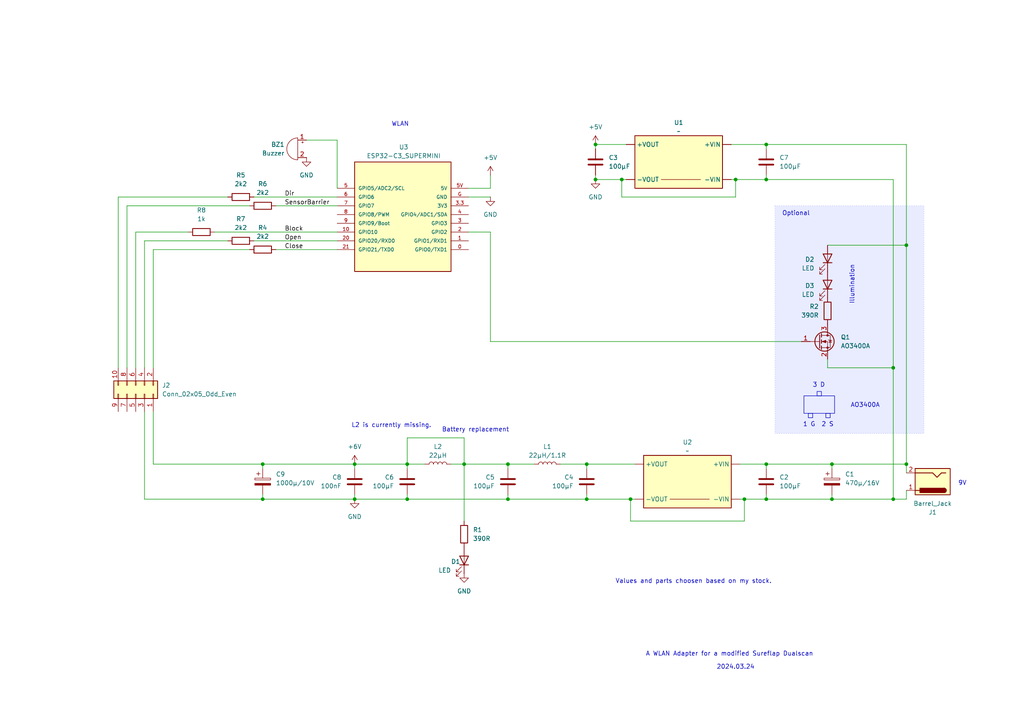
<source format=kicad_sch>
(kicad_sch (version 20231120) (generator "eeschema") (generator_version "8.0")
  (paper "A4")
  (lib_symbols
    (symbol "Connector:Barrel_Jack" (pin_names (offset 1.016))
      (property "Reference" "J" (at 0 5.334 0))
      (property "Value" "Barrel_Jack" (at 0 -5.08 0))
      (symbol "Barrel_Jack_0_1"
        (rectangle (start -5.08 3.81) (end 5.08 -3.81) (stroke (width 0.254)) (fill (type background)))
        (arc (start -3.302 3.175) (mid -3.9343 2.54) (end -3.302 1.905) (stroke (width 0.254)))
        (arc (start -3.302 3.175) (mid -3.9343 2.54) (end -3.302 1.905) (stroke (width 0.254)) (fill (type outline)))
        (polyline (pts (xy 5.08 2.54) (xy 3.81 2.54)) (stroke (width 0.254)))
        (polyline (pts (xy -3.81 -2.54) (xy -2.54 -2.54) (xy -1.27 -1.27) (xy 0 -2.54) (xy 2.54 -2.54) (xy 5.08 -2.54)) (stroke (width 0.254)))
        (rectangle (start 3.683 3.175) (end -3.302 1.905) (stroke (width 0.254)) (fill (type outline)))
      )
      (symbol "Barrel_Jack_1_1"
        (pin passive line (at 7.62 2.54 180) (length 2.54) (name "~") (number "1"))
        (pin passive line (at 7.62 -2.54 180) (length 2.54) (name "~") (number "2"))
      )
    )
    (symbol "Connector_Generic:Conn_02x05_Odd_Even" (pin_names (offset 1.016) hide)
      (property "Reference" "J" (at 1.27 7.62 0))
      (property "Value" "Conn_02x05_Odd_Even" (at 1.27 -7.62 0))
      (symbol "Conn_02x05_Odd_Even_1_1"
        (rectangle (start -1.27 -4.953) (end 0 -5.207) (stroke (width 0.1524)))
        (rectangle (start -1.27 -2.413) (end 0 -2.667) (stroke (width 0.1524)))
        (rectangle (start -1.27 0.127) (end 0 -0.127) (stroke (width 0.1524)))
        (rectangle (start -1.27 2.667) (end 0 2.413) (stroke (width 0.1524)))
        (rectangle (start -1.27 5.207) (end 0 4.953) (stroke (width 0.1524)))
        (rectangle (start -1.27 6.35) (end 3.81 -6.35) (stroke (width 0.254)) (fill (type background)))
        (rectangle (start 3.81 -4.953) (end 2.54 -5.207) (stroke (width 0.1524)))
        (rectangle (start 3.81 -2.413) (end 2.54 -2.667) (stroke (width 0.1524)))
        (rectangle (start 3.81 0.127) (end 2.54 -0.127) (stroke (width 0.1524)))
        (rectangle (start 3.81 2.667) (end 2.54 2.413) (stroke (width 0.1524)))
        (rectangle (start 3.81 5.207) (end 2.54 4.953) (stroke (width 0.1524)))
        (pin passive line (at -5.08 5.08 0) (length 3.81) (name "Pin_1") (number "1"))
        (pin passive line (at 7.62 -5.08 180) (length 3.81) (name "Pin_10") (number "10"))
        (pin passive line (at 7.62 5.08 180) (length 3.81) (name "Pin_2") (number "2"))
        (pin passive line (at -5.08 2.54 0) (length 3.81) (name "Pin_3") (number "3"))
        (pin passive line (at 7.62 2.54 180) (length 3.81) (name "Pin_4") (number "4"))
        (pin passive line (at -5.08 0 0) (length 3.81) (name "Pin_5") (number "5"))
        (pin passive line (at 7.62 0 180) (length 3.81) (name "Pin_6") (number "6"))
        (pin passive line (at -5.08 -2.54 0) (length 3.81) (name "Pin_7") (number "7"))
        (pin passive line (at 7.62 -2.54 180) (length 3.81) (name "Pin_8") (number "8"))
        (pin passive line (at -5.08 -5.08 0) (length 3.81) (name "Pin_9") (number "9"))
      )
    )
    (symbol "Device:Buzzer" (pin_names (offset 0.0254) hide)
      (property "Reference" "BZ" (at 3.81 1.27 0))
      (property "Value" "Buzzer" (at 3.81 -1.27 0))
      (symbol "Buzzer_0_1"
        (arc (start 0 -3.175) (mid 3.1612 0) (end 0 3.175))
        (polyline (pts (xy -1.651 1.905) (xy -1.143 1.905)))
        (polyline (pts (xy -1.397 2.159) (xy -1.397 1.651)))
        (polyline (pts (xy 0 3.175) (xy 0 -3.175)))
      )
      (symbol "Buzzer_1_1"
        (pin passive line (at -2.54 2.54 0) (length 2.54) (name "+") (number "1"))
        (pin passive line (at -2.54 -2.54 0) (length 2.54) (name "-") (number "2"))
      )
    )
    (symbol "Device:C" (pin_numbers hide) (pin_names (offset 0.254))
      (property "Reference" "C" (at 0.635 2.54 0))
      (property "Value" "C" (at 0.635 -2.54 0))
      (symbol "C_0_1"
        (polyline (pts (xy -2.032 -0.762) (xy 2.032 -0.762)) (stroke (width 0.508)))
        (polyline (pts (xy -2.032 0.762) (xy 2.032 0.762)) (stroke (width 0.508)))
      )
      (symbol "C_1_1"
        (pin passive line (at 0 3.81 270) (length 2.794) (name "~") (number "1"))
        (pin passive line (at 0 -3.81 90) (length 2.794) (name "~") (number "2"))
      )
    )
    (symbol "Device:C_Polarized" (pin_numbers hide) (pin_names (offset 0.254))
      (property "Reference" "C" (at 0.635 2.54 0))
      (property "Value" "C_Polarized" (at 0.635 -2.54 0))
      (symbol "C_Polarized_0_1"
        (rectangle (start -2.286 0.508) (end 2.286 1.016))
        (polyline (pts (xy -1.778 2.286) (xy -0.762 2.286)))
        (polyline (pts (xy -1.27 2.794) (xy -1.27 1.778)))
        (rectangle (start 2.286 -0.508) (end -2.286 -1.016) (fill (type outline)))
      )
      (symbol "C_Polarized_1_1"
        (pin passive line (at 0 3.81 270) (length 2.794) (name "~") (number "1"))
        (pin passive line (at 0 -3.81 90) (length 2.794) (name "~") (number "2"))
      )
    )
    (symbol "Device:L" (pin_numbers hide) (pin_names (offset 1.016) hide)
      (property "Reference" "L" (at -1.27 0 90))
      (property "Value" "L" (at 1.905 0 90))
      (symbol "L_0_1"
        (arc (start 0 -2.54) (mid 0.6323 -1.905) (end 0 -1.27))
        (arc (start 0 -1.27) (mid 0.6323 -0.635) (end 0 0))
        (arc (start 0 0) (mid 0.6323 0.635) (end 0 1.27))
        (arc (start 0 1.27) (mid 0.6323 1.905) (end 0 2.54))
      )
      (symbol "L_1_1"
        (pin passive line (at 0 3.81 270) (length 1.27) (name "1") (number "1"))
        (pin passive line (at 0 -3.81 90) (length 1.27) (name "2") (number "2"))
      )
    )
    (symbol "Device:LED" (pin_numbers hide) (pin_names (offset 1.016) hide)
      (property "Reference" "D" (at 0 2.54 0))
      (property "Value" "LED" (at 0 -2.54 0))
      (symbol "LED_0_1"
        (polyline (pts (xy -1.27 -1.27) (xy -1.27 1.27)) (stroke (width 0.254)))
        (polyline (pts (xy -1.27 0) (xy 1.27 0)))
        (polyline (pts (xy 1.27 -1.27) (xy 1.27 1.27) (xy -1.27 0) (xy 1.27 -1.27)) (stroke (width 0.254)))
        (polyline (pts (xy -3.048 -0.762) (xy -4.572 -2.286) (xy -3.81 -2.286) (xy -4.572 -2.286) (xy -4.572 -1.524)))
        (polyline (pts (xy -1.778 -0.762) (xy -3.302 -2.286) (xy -2.54 -2.286) (xy -3.302 -2.286) (xy -3.302 -1.524)))
      )
      (symbol "LED_1_1"
        (pin passive line (at -3.81 0 0) (length 2.54) (name "K") (number "1"))
        (pin passive line (at 3.81 0 180) (length 2.54) (name "A") (number "2"))
      )
    )
    (symbol "Device:R" (pin_numbers hide) (pin_names (offset 0))
      (property "Reference" "R" (at 2.032 0 90))
      (property "Value" "R" (at 0 0 90))
      (symbol "R_0_1"
        (rectangle (start -1.016 -2.54) (end 1.016 2.54) (stroke (width 0.254)))
      )
      (symbol "R_1_1"
        (pin passive line (at 0 3.81 270) (length 1.27) (name "~") (number "1"))
        (pin passive line (at 0 -3.81 90) (length 1.27) (name "~") (number "2"))
      )
    )
    (symbol "ESP32-C3_SUPERMINI:ESP32-C3_SUPERMINI" (pin_names (offset 1.016))
      (property "Reference" "U3" (at 1.016 18.288 0))
      (property "Value" "ESP32-C3_SUPERMINI" (at 1.016 15.748 0))
      (symbol "ESP32-C3_SUPERMINI_0_0"
        (rectangle (start -12.7 13.97) (end 15.24 -17.78) (stroke (width 0.254)) (fill (type background)))
        (pin bidirectional line (at 20.32 -6.35 180) (length 5.08) (name "GPIO10") (number "10"))
        (pin bidirectional line (at -17.78 -6.35 0) (length 5.08) (name "GPIO2") (number "2"))
        (pin bidirectional line (at -17.78 -3.81 0) (length 5.08) (name "GPIO3") (number "3"))
        (pin power_in line (at -17.78 1.27 0) (length 5.08) (name "3V3") (number "3.3"))
        (pin power_in line (at -17.78 6.35 0) (length 5.08) (name "5V") (number "5V"))
        (pin bidirectional line (at 20.32 3.81 180) (length 5.08) (name "GPIO6") (number "6"))
        (pin power_in line (at -17.78 3.81 0) (length 5.08) (name "GND") (number "G"))
      )
      (symbol "ESP32-C3_SUPERMINI_1_0"
        (pin bidirectional line (at -17.78 -11.43 0) (length 5.08) (name "GPIO0/TXD1") (number "0"))
        (pin bidirectional line (at -17.78 -8.89 0) (length 5.08) (name "GPIO1/RXD1") (number "1"))
        (pin bidirectional line (at 20.32 -8.89 180) (length 5.08) (name "GPIO20/RXD0") (number "20"))
        (pin bidirectional line (at 20.32 -11.43 180) (length 5.08) (name "GPIO21/TXD0") (number "21"))
        (pin bidirectional line (at -17.78 -1.27 0) (length 5.08) (name "GPIO4/ADC1/SDA") (number "4"))
        (pin bidirectional line (at 20.32 6.35 180) (length 5.08) (name "GPIO5/ADC2/SCL") (number "5"))
        (pin bidirectional line (at 20.32 1.27 180) (length 5.08) (name "GPIO7") (number "7"))
        (pin bidirectional line (at 20.32 -1.27 180) (length 5.08) (name "GPIO8/PWM") (number "8"))
        (pin bidirectional line (at 20.32 -3.81 180) (length 5.08) (name "GPIO9/Boot") (number "9"))
      )
    )
    (symbol "Transistor_FET:AO3400A" (pin_names hide)
      (property "Reference" "Q" (at 5.08 1.905 0))
      (property "Value" "AO3400A" (at 5.08 0 0))
      (symbol "AO3400A_0_1"
        (polyline (pts (xy 0.254 0) (xy -2.54 0)))
        (polyline (pts (xy 0.254 1.905) (xy 0.254 -1.905)) (stroke (width 0.254)))
        (polyline (pts (xy 0.762 -1.27) (xy 0.762 -2.286)) (stroke (width 0.254)))
        (polyline (pts (xy 0.762 0.508) (xy 0.762 -0.508)) (stroke (width 0.254)))
        (polyline (pts (xy 0.762 2.286) (xy 0.762 1.27)) (stroke (width 0.254)))
        (polyline (pts (xy 2.54 2.54) (xy 2.54 1.778)))
        (polyline (pts (xy 2.54 -2.54) (xy 2.54 0) (xy 0.762 0)))
        (polyline (pts (xy 0.762 -1.778) (xy 3.302 -1.778) (xy 3.302 1.778) (xy 0.762 1.778)))
        (polyline (pts (xy 1.016 0) (xy 2.032 0.381) (xy 2.032 -0.381) (xy 1.016 0)) (fill (type outline)))
        (polyline (pts (xy 2.794 0.508) (xy 2.921 0.381) (xy 3.683 0.381) (xy 3.81 0.254)))
        (polyline (pts (xy 3.302 0.381) (xy 2.921 -0.254) (xy 3.683 -0.254) (xy 3.302 0.381)))
        (circle (center 1.651 0) (radius 2.794) (stroke (width 0.254)))
        (circle (center 2.54 -1.778) (radius 0.254) (fill (type outline)))
        (circle (center 2.54 1.778) (radius 0.254) (fill (type outline)))
      )
      (symbol "AO3400A_1_1"
        (pin input line (at -5.08 0 0) (length 2.54) (name "G") (number "1"))
        (pin passive line (at 2.54 -5.08 90) (length 2.54) (name "S") (number "2"))
        (pin passive line (at 2.54 5.08 270) (length 2.54) (name "D") (number "3"))
      )
    )
    (symbol "dcdc:DCDC_5" (pin_numbers hide)
      (property "Reference" "U1" (at 0 11.43 0))
      (property "Value" "~" (at 0 8.89 0))
      (symbol "DCDC_5_0_1"
        (rectangle (start -12.7 7.62) (end 12.7 -7.62) (stroke (width 0.254)) (fill (type background)))
        (polyline (pts (xy -6.35 -5.08) (xy 5.08 -5.08)))
      )
      (symbol "DCDC_5_1_1"
        (pin power_in line (at -15.24 5.08 0) (length 2.54) (name "+VIN") (number "1"))
        (pin power_in line (at -15.24 -5.08 0) (length 2.54) (name "-VIN") (number "2"))
        (pin power_out line (at 15.24 -5.08 180) (length 2.54) (name "-VOUT") (number "6"))
        (pin power_out line (at 15.24 5.08 180) (length 2.54) (name "+VOUT") (number "7"))
      )
    )
    (symbol "dcdc:DCDC_VAR" (pin_numbers hide)
      (property "Reference" "U2" (at 0 11.43 0))
      (property "Value" "~" (at 0 8.89 0))
      (symbol "DCDC_VAR_0_1"
        (rectangle (start -12.7 7.62) (end 12.7 -7.62) (stroke (width 0.254)) (fill (type background)))
        (polyline (pts (xy -6.35 -5.08) (xy 5.08 -5.08)))
      )
      (symbol "DCDC_VAR_1_1"
        (pin power_in line (at -15.24 5.08 0) (length 2.54) (name "+VIN") (number "1"))
        (pin power_in line (at -15.24 -5.08 0) (length 2.54) (name "-VIN") (number "2"))
        (pin power_out line (at 15.24 -5.08 180) (length 2.54) (name "-VOUT") (number "6"))
        (pin power_out line (at 15.24 5.08 180) (length 2.54) (name "+VOUT") (number "7"))
      )
    )
    (symbol "power:+5V" (power) (pin_numbers hide) (pin_names (offset 0) hide)
      (property "Value" "+5V" (at 0 3.556 0))
      (symbol "+5V_0_1"
        (polyline (pts (xy -0.762 1.27) (xy 0 2.54)))
        (polyline (pts (xy 0 0) (xy 0 2.54)))
        (polyline (pts (xy 0 2.54) (xy 0.762 1.27)))
      )
      (symbol "+5V_1_1"
        (pin power_in line (at 0 0 90) (length 0) (name "~") (number "1"))
      )
    )
    (symbol "power:+6V" (power) (pin_numbers hide) (pin_names (offset 0) hide)
      (property "Value" "+6V" (at 0 3.556 0))
      (symbol "+6V_0_1"
        (polyline (pts (xy -0.762 1.27) (xy 0 2.54)))
        (polyline (pts (xy 0 0) (xy 0 2.54)))
        (polyline (pts (xy 0 2.54) (xy 0.762 1.27)))
      )
      (symbol "+6V_1_1"
        (pin power_in line (at 0 0 90) (length 0) (name "~") (number "1"))
      )
    )
    (symbol "power:GND" (power) (pin_numbers hide) (pin_names (offset 0) hide)
      (property "Value" "GND" (at 0 -3.81 0))
      (symbol "GND_0_1"
        (polyline (pts (xy 0 0) (xy 0 -1.27) (xy 1.27 -1.27) (xy 0 -2.54) (xy -1.27 -1.27) (xy 0 -1.27)))
      )
      (symbol "GND_1_1"
        (pin power_in line (at 0 0 270) (length 0) (name "~") (number "1"))
      )
    )
  )
  (junction (at 118.11 134.62))
  (junction (at 222.25 134.62))
  (junction (at 170.18 144.78))
  (junction (at 241.3 134.62))
  (junction (at 180.34 52.07))
  (junction (at 262.89 71.12))
  (junction (at 76.2 134.62))
  (junction (at 172.72 41.91))
  (junction (at 182.88 144.78))
  (junction (at 102.87 134.62))
  (junction (at 76.2 144.78))
  (junction (at 222.25 144.78))
  (junction (at 215.9 144.78))
  (junction (at 170.18 134.62))
  (junction (at 222.25 52.07))
  (junction (at 241.3 144.78))
  (junction (at 262.89 134.62))
  (junction (at 147.32 134.62))
  (junction (at 147.32 144.78))
  (junction (at 134.62 134.62))
  (junction (at 102.87 144.78))
  (junction (at 222.25 41.91))
  (junction (at 213.36 52.07))
  (junction (at 259.08 106.68))
  (junction (at 259.08 144.78))
  (junction (at 118.11 144.78))
  (junction (at 172.72 52.07))
  (wire (pts (xy 170.18 144.78) (xy 182.88 144.78)))
  (wire (pts (xy 142.24 54.61) (xy 135.89 54.61)))
  (wire (pts (xy 182.88 151.13) (xy 215.9 151.13)))
  (wire (pts (xy 62.23 67.31) (xy 97.79 67.31)))
  (wire (pts (xy 80.01 59.69) (xy 97.79 59.69)))
  (wire (pts (xy 41.91 144.78) (xy 76.2 144.78)))
  (wire (pts (xy 134.62 127) (xy 118.11 127)))
  (wire (pts (xy 97.79 40.64) (xy 88.9 40.64)))
  (wire (pts (xy 118.11 144.78) (xy 118.11 143.51)))
  (wire (pts (xy 36.83 59.69) (xy 72.39 59.69)))
  (wire (pts (xy 170.18 144.78) (xy 170.18 143.51)))
  (wire (pts (xy 170.18 134.62) (xy 184.15 134.62)))
  (wire (pts (xy 135.89 67.31) (xy 142.24 67.31)))
  (wire (pts (xy 214.63 144.78) (xy 215.9 144.78)))
  (wire (pts (xy 259.08 144.78) (xy 259.08 106.68)))
  (wire (pts (xy 259.08 106.68) (xy 259.08 52.07)))
  (wire (pts (xy 44.45 72.39) (xy 44.45 106.68)))
  (wire (pts (xy 73.66 69.85) (xy 97.79 69.85)))
  (wire (pts (xy 222.25 41.91) (xy 222.25 43.18)))
  (wire (pts (xy 102.87 134.62) (xy 102.87 135.89)))
  (wire (pts (xy 135.89 57.15) (xy 142.24 57.15)))
  (wire (pts (xy 41.91 69.85) (xy 41.91 106.68)))
  (wire (pts (xy 262.89 134.62) (xy 262.89 137.16)))
  (wire (pts (xy 262.89 144.78) (xy 262.89 142.24)))
  (wire (pts (xy 34.29 57.15) (xy 66.04 57.15)))
  (wire (pts (xy 142.24 99.06) (xy 232.41 99.06)))
  (wire (pts (xy 44.45 134.62) (xy 76.2 134.62)))
  (wire (pts (xy 180.34 52.07) (xy 172.72 52.07)))
  (wire (pts (xy 147.32 144.78) (xy 118.11 144.78)))
  (wire (pts (xy 123.19 134.62) (xy 118.11 134.62)))
  (wire (pts (xy 214.63 134.62) (xy 222.25 134.62)))
  (wire (pts (xy 213.36 52.07) (xy 222.25 52.07)))
  (wire (pts (xy 147.32 134.62) (xy 134.62 134.62)))
  (wire (pts (xy 142.24 99.06) (xy 142.24 67.31)))
  (wire (pts (xy 215.9 144.78) (xy 222.25 144.78)))
  (wire (pts (xy 39.37 67.31) (xy 54.61 67.31)))
  (wire (pts (xy 76.2 134.62) (xy 76.2 135.89)))
  (wire (pts (xy 118.11 134.62) (xy 102.87 134.62)))
  (wire (pts (xy 118.11 127) (xy 118.11 134.62)))
  (wire (pts (xy 134.62 134.62) (xy 134.62 127)))
  (wire (pts (xy 142.24 50.8) (xy 142.24 54.61)))
  (wire (pts (xy 241.3 134.62) (xy 262.89 134.62)))
  (wire (pts (xy 182.88 144.78) (xy 184.15 144.78)))
  (wire (pts (xy 147.32 134.62) (xy 147.32 135.89)))
  (wire (pts (xy 240.03 71.12) (xy 262.89 71.12)))
  (wire (pts (xy 102.87 144.78) (xy 102.87 143.51)))
  (wire (pts (xy 172.72 41.91) (xy 172.72 43.18)))
  (wire (pts (xy 180.34 57.15) (xy 213.36 57.15)))
  (wire (pts (xy 180.34 52.07) (xy 180.34 57.15)))
  (wire (pts (xy 44.45 72.39) (xy 72.39 72.39)))
  (wire (pts (xy 36.83 59.69) (xy 36.83 106.68)))
  (wire (pts (xy 181.61 52.07) (xy 180.34 52.07)))
  (wire (pts (xy 147.32 144.78) (xy 147.32 143.51)))
  (wire (pts (xy 154.94 134.62) (xy 147.32 134.62)))
  (wire (pts (xy 76.2 144.78) (xy 102.87 144.78)))
  (wire (pts (xy 213.36 52.07) (xy 213.36 57.15)))
  (wire (pts (xy 241.3 144.78) (xy 241.3 143.51)))
  (wire (pts (xy 34.29 57.15) (xy 34.29 106.68)))
  (wire (pts (xy 222.25 134.62) (xy 222.25 135.89)))
  (wire (pts (xy 170.18 134.62) (xy 170.18 135.89)))
  (wire (pts (xy 170.18 144.78) (xy 147.32 144.78)))
  (wire (pts (xy 262.89 41.91) (xy 262.89 71.12)))
  (wire (pts (xy 182.88 144.78) (xy 182.88 151.13)))
  (wire (pts (xy 41.91 69.85) (xy 66.04 69.85)))
  (wire (pts (xy 240.03 104.14) (xy 240.03 106.68)))
  (wire (pts (xy 80.01 72.39) (xy 97.79 72.39)))
  (wire (pts (xy 222.25 41.91) (xy 262.89 41.91)))
  (wire (pts (xy 259.08 144.78) (xy 262.89 144.78)))
  (wire (pts (xy 134.62 134.62) (xy 134.62 151.13)))
  (wire (pts (xy 212.09 41.91) (xy 222.25 41.91)))
  (wire (pts (xy 170.18 134.62) (xy 162.56 134.62)))
  (wire (pts (xy 73.66 57.15) (xy 97.79 57.15)))
  (wire (pts (xy 222.25 144.78) (xy 241.3 144.78)))
  (wire (pts (xy 241.3 144.78) (xy 259.08 144.78)))
  (wire (pts (xy 172.72 52.07) (xy 172.72 50.8)))
  (wire (pts (xy 262.89 71.12) (xy 262.89 134.62)))
  (wire (pts (xy 44.45 119.38) (xy 44.45 134.62)))
  (wire (pts (xy 241.3 134.62) (xy 241.3 135.89)))
  (wire (pts (xy 222.25 52.07) (xy 222.25 50.8)))
  (wire (pts (xy 76.2 143.51) (xy 76.2 144.78)))
  (wire (pts (xy 39.37 106.68) (xy 39.37 67.31)))
  (wire (pts (xy 215.9 151.13) (xy 215.9 144.78)))
  (wire (pts (xy 41.91 119.38) (xy 41.91 144.78)))
  (wire (pts (xy 97.79 54.61) (xy 97.79 40.64)))
  (wire (pts (xy 222.25 134.62) (xy 241.3 134.62)))
  (wire (pts (xy 76.2 134.62) (xy 102.87 134.62)))
  (wire (pts (xy 259.08 52.07) (xy 222.25 52.07)))
  (wire (pts (xy 134.62 134.62) (xy 130.81 134.62)))
  (wire (pts (xy 240.03 106.68) (xy 259.08 106.68)))
  (wire (pts (xy 181.61 41.91) (xy 172.72 41.91)))
  (wire (pts (xy 118.11 134.62) (xy 118.11 135.89)))
  (wire (pts (xy 212.09 52.07) (xy 213.36 52.07)))
  (wire (pts (xy 118.11 144.78) (xy 102.87 144.78)))
  (wire (pts (xy 222.25 144.78) (xy 222.25 143.51)))
  (rectangle (start 236.982 113.538) (end 238.252 114.808))
  (rectangle (start 239.522 119.888) (end 240.792 121.158))
  (rectangle (start 233.172 114.808) (end 242.062 119.888))
  (rectangle (start 234.442 119.888) (end 235.712 121.158))
  (rectangle (start 224.79 59.69) (end 267.97 125.73) (stroke (width 0) (type dot) (color 151 159 255 1)) (fill (type color) (color 190 198 255 0.33)))
  (text "Illumination" (at 247.142 82.55 90) (effects (font (size 1.27 1.27))))
  (text "Values and parts choosen based on my stock." (at 201.168 168.656 0) (effects (font (size 1.27 1.27))))
  (text "AO3400A" (at 250.952 117.602 0) (effects (font (size 1.27 1.27))))
  (text "L2 is currently missing." (at 113.538 123.444 0) (effects (font (size 1.27 1.27))))
  (text "1 G" (at 234.696 123.19 0) (effects (font (size 1.27 1.27))))
  (text "9V" (at 279.146 140.208 0) (effects (font (size 1.27 1.27))))
  (text "2 S" (at 240.03 123.19 0) (effects (font (size 1.27 1.27))))
  (text "Battery replacement" (at 137.922 124.714 0) (effects (font (size 1.27 1.27))))
  (text "WLAN\n" (at 116.078 36.068 0) (effects (font (size 1.27 1.27))))
  (text "Optional" (at 230.886 61.976 0) (effects (font (size 1.27 1.27))))
  (text "2024.03.24\n" (at 213.36 193.548 0) (effects (font (size 1.27 1.27))))
  (text "3 D" (at 237.49 111.76 0) (effects (font (size 1.27 1.27))))
  (text "A WLAN Adapter for a modified Sureflap Dualscan" (at 211.582 189.738 0) (effects (font (size 1.27 1.27))))
  (label "Block" (at 82.55 67.31 0))
  (label "Open" (at 82.55 69.85 0))
  (label "Close" (at 82.55 72.39 0))
  (label "SensorBarrier" (at 82.55 59.69 0))
  (label "Dir" (at 82.55 57.15 0))
  (symbol (lib_id "power:GND") (at 172.72 52.07 0) (unit 1)
    (property "Reference" "#PWR06" (effects (hide yes)))
    (property "Value" "GND" (at 172.72 57.15 0))
    (property "Description" "Power symbol creates a global label with name \"GND\" , ground" (effects (hide yes)))
  )
  (symbol (lib_id "Device:C") (at 147.32 139.7 0) (mirror y) (unit 1)
    (property "Reference" "C5" (at 143.51 138.4299 0) (effects (justify left)))
    (property "Value" "100µF" (at 143.51 140.9699 0) (effects (justify left)))
    (property "Description" "Unpolarized capacitor" (effects (hide yes)))
  )
  (symbol (lib_id "power:GND") (at 134.62 166.37 0) (mirror y) (unit 1)
    (property "Reference" "#PWR04" (effects (hide yes)))
    (property "Value" "GND" (at 134.62 171.45 0))
    (property "Description" "Power symbol creates a global label with name \"GND\" , ground" (effects (hide yes)))
  )
  (symbol (lib_id "Transistor_FET:AO3400A") (at 237.49 99.06 0) (unit 1)
    (property "Reference" "Q1" (at 243.84 97.7899 0) (effects (justify left)))
    (property "Value" "AO3400A" (at 243.84 100.3299 0) (effects (justify left)))
    (property "Footprint" "Package_TO_SOT_SMD:SOT-23" (effects (hide yes)))
    (property "Datasheet" "http://www.aosmd.com/pdfs/datasheet/AO3400A.pdf" (effects (hide yes)))
    (property "Description" "30V Vds, 5.7A Id, N-Channel MOSFET, SOT-23" (effects (hide yes)))
  )
  (symbol (lib_id "dcdc:DCDC_5") (at 196.85 46.99 0) (mirror y) (unit 1)
    (property "Reference" "U1" (at 196.85 35.56 0))
    (property "Value" "~" (at 196.85 38.1 0))
    (property "Description" "In 7..28V, Out 5V" (effects (hide yes)))
  )
  (symbol (lib_id "Device:R") (at 58.42 67.31 90) (mirror x) (unit 1)
    (property "Reference" "R8" (at 58.42 60.96 90))
    (property "Value" "1k" (at 58.42 63.5 90))
    (property "Description" "Resistor" (effects (hide yes)))
  )
  (symbol (lib_id "Device:C") (at 222.25 139.7 0) (unit 1)
    (property "Reference" "C2" (at 226.06 138.4299 0) (effects (justify left)))
    (property "Value" "100µF" (at 226.06 140.9699 0) (effects (justify left)))
    (property "Description" "Unpolarized capacitor" (effects (hide yes)))
  )
  (symbol (lib_id "Device:R") (at 76.2 72.39 90) (mirror x) (unit 1)
    (property "Reference" "R4" (at 76.2 66.04 90))
    (property "Value" "2k2" (at 76.2 68.58 90))
    (property "Description" "Resistor" (effects (hide yes)))
  )
  (symbol (lib_id "Device:L") (at 127 134.62 270) (mirror x) (unit 1)
    (property "Reference" "L2" (at 127 129.54 90))
    (property "Value" "22µH" (at 127 132.08 90))
    (property "Description" "Inductor" (effects (hide yes)))
  )
  (symbol (lib_id "Device:R") (at 69.85 69.85 90) (mirror x) (unit 1)
    (property "Reference" "R7" (at 69.85 63.5 90))
    (property "Value" "2k2" (at 69.85 66.04 90))
    (property "Description" "Resistor" (effects (hide yes)))
  )
  (symbol (lib_id "Device:R") (at 240.03 90.17 0) (mirror y) (unit 1)
    (property "Reference" "R2" (at 237.49 88.8999 0) (effects (justify left)))
    (property "Value" "390R" (at 237.49 91.4399 0) (effects (justify left)))
    (property "Description" "Resistor" (effects (hide yes)))
  )
  (symbol (lib_id "power:GND") (at 142.24 57.15 0) (unit 1)
    (property "Reference" "#PWR05" (effects (hide yes)))
    (property "Value" "GND" (at 142.24 62.23 0))
    (property "Description" "Power symbol creates a global label with name \"GND\" , ground" (effects (hide yes)))
  )
  (symbol (lib_id "Device:C") (at 222.25 46.99 0) (unit 1)
    (property "Reference" "C7" (at 226.06 45.7199 0) (effects (justify left)))
    (property "Value" "100µF" (at 226.06 48.2599 0) (effects (justify left)))
    (property "Description" "Unpolarized capacitor" (effects (hide yes)))
  )
  (symbol (lib_id "Device:Buzzer") (at 86.36 43.18 0) (mirror y) (unit 1)
    (property "Reference" "BZ1" (at 82.55 41.9099 0) (effects (justify left)))
    (property "Value" "Buzzer" (at 82.55 44.4499 0) (effects (justify left)))
    (property "Description" "Buzzer, polarized" (effects (hide yes)))
  )
  (symbol (lib_id "Device:C") (at 170.18 139.7 0) (mirror y) (unit 1)
    (property "Reference" "C4" (at 166.37 138.4299 0) (effects (justify left)))
    (property "Value" "100µF" (at 166.37 140.9699 0) (effects (justify left)))
    (property "Description" "Unpolarized capacitor" (effects (hide yes)))
  )
  (symbol (lib_id "power:GND") (at 88.9 45.72 0) (unit 1)
    (property "Reference" "#PWR08" (effects (hide yes)))
    (property "Value" "GND" (at 88.9 50.8 0))
    (property "Description" "Power symbol creates a global label with name \"GND\" , ground" (effects (hide yes)))
  )
  (symbol (lib_id "Device:LED") (at 134.62 162.56 270) (mirror x) (unit 1)
    (property "Reference" "D1" (at 130.81 162.8774 90) (effects (justify left)))
    (property "Value" "LED" (at 130.81 165.4174 90) (effects (justify right)))
    (property "Description" "Light emitting diode" (effects (hide yes)))
  )
  (symbol (lib_id "Device:C_Polarized") (at 241.3 139.7 0) (unit 1)
    (property "Reference" "C1" (at 245.11 137.5409 0) (effects (justify left)))
    (property "Value" "470µ/16V" (at 245.11 140.0809 0) (effects (justify left)))
    (property "Description" "Polarized capacitor" (effects (hide yes)))
  )
  (symbol (lib_id "Connector:Barrel_Jack") (at 270.51 139.7 180) (unit 1)
    (property "Reference" "J1" (at 270.51 148.59 0))
    (property "Value" "Barrel_Jack" (at 270.51 146.05 0))
    (property "Description" "DC Barrel Jack" (effects (hide yes)))
  )
  (symbol (lib_id "Device:C") (at 118.11 139.7 0) (mirror y) (unit 1)
    (property "Reference" "C6" (at 114.3 138.4299 0) (effects (justify left)))
    (property "Value" "100µF" (at 114.3 140.9699 0) (effects (justify left)))
    (property "Description" "Unpolarized capacitor" (effects (hide yes)))
  )
  (symbol (lib_id "Device:LED") (at 240.03 82.55 270) (mirror x) (unit 1)
    (property "Reference" "D3" (at 236.22 82.8674 90) (effects (justify right)))
    (property "Value" "LED" (at 236.22 85.4074 90) (effects (justify right)))
    (property "Description" "Light emitting diode" (effects (hide yes)))
  )
  (symbol (lib_id "ESP32-C3_SUPERMINI:ESP32-C3_SUPERMINI") (at 118.11 60.96 0) (mirror y) (unit 1)
    (property "Reference" "U3" (at 117.094 42.672 0))
    (property "Value" "ESP32-C3_SUPERMINI" (at 117.094 45.212 0))
    (property "Footprint" "ESP32-C3_SUPERMINI:MODULE_ESP32-C3_SUPERMINI" (effects (hide yes)))
    (property "MF" "Espressif Systems" (effects (hide yes)))
    (property "MAXIMUM_PACKAGE_HEIGHT" "4.2mm" (effects (hide yes)))
    (property "Package" "Package" (effects (hide yes)))
    (property "Price" "None" (effects (hide yes)))
    (property "Check_prices" "https://www.snapeda.com/parts/ESP32-C3%20SuperMini/Espressif+Systems/view-part/?ref=eda" (effects (hide yes)))
    (property "STANDARD" "Manufacturer Recommendations" (effects (hide yes)))
    (property "SnapEDA_Link" "https://www.snapeda.com/parts/ESP32-C3%20SuperMini/Espressif+Systems/view-part/?ref=snap" (effects (hide yes)))
    (property "MP" "ESP32-C3 SuperMini" (effects (hide yes)))
    (property "Description_1" "\nSuper tiny ESP32-C3 board\n" (effects (hide yes)))
    (property "MANUFACTURER" "Espressif" (effects (hide yes)))
  )
  (symbol (lib_id "power:+5V") (at 142.24 50.8 0) (unit 1)
    (property "Reference" "#PWR07" (effects (hide yes)))
    (property "Value" "+5V" (at 142.24 45.72 0))
    (property "Description" "Power symbol creates a global label with name \"+5V\"" (effects (hide yes)))
  )
  (symbol (lib_id "dcdc:DCDC_VAR") (at 199.39 139.7 0) (mirror y) (unit 1)
    (property "Reference" "U2" (at 199.39 128.27 0))
    (property "Value" "~" (at 199.39 130.81 0))
    (property "Description" "In 7..28V, Out Var" (effects (hide yes)))
  )
  (symbol (lib_id "power:GND") (at 102.87 144.78 0) (mirror y) (unit 1)
    (property "Reference" "#PWR01" (effects (hide yes)))
    (property "Value" "GND" (at 102.87 149.86 0))
    (property "Description" "Power symbol creates a global label with name \"GND\" , ground" (effects (hide yes)))
  )
  (symbol (lib_id "Device:R") (at 69.85 57.15 90) (mirror x) (unit 1)
    (property "Reference" "R5" (at 69.85 50.8 90))
    (property "Value" "2k2" (at 69.85 53.34 90))
    (property "Description" "Resistor" (effects (hide yes)))
  )
  (symbol (lib_id "power:+6V") (at 102.87 134.62 0) (mirror y) (unit 1)
    (property "Reference" "#PWR03" (effects (hide yes)))
    (property "Value" "+6V" (at 102.87 129.54 0))
    (property "Description" "Power symbol creates a global label with name \"+6V\"" (effects (hide yes)))
  )
  (symbol (lib_id "Device:C_Polarized") (at 76.2 139.7 0) (unit 1)
    (property "Reference" "C9" (at 80.01 137.5409 0) (effects (justify left)))
    (property "Value" "1000µ/10V" (at 80.01 140.0809 0) (effects (justify left)))
    (property "Description" "Polarized capacitor" (effects (hide yes)))
  )
  (symbol (lib_id "Device:L") (at 158.75 134.62 270) (mirror x) (unit 1)
    (property "Reference" "L1" (at 158.75 129.54 90))
    (property "Value" "22µH/1.1R" (at 158.75 132.08 90))
    (property "Description" "Inductor" (effects (hide yes)))
  )
  (symbol (lib_id "Device:C") (at 172.72 46.99 0) (unit 1)
    (property "Reference" "C3" (at 176.53 45.7199 0) (effects (justify left)))
    (property "Value" "100µF" (at 176.53 48.2599 0) (effects (justify left)))
    (property "Description" "Unpolarized capacitor" (effects (hide yes)))
  )
  (symbol (lib_id "Device:R") (at 134.62 154.94 0) (mirror y) (unit 1)
    (property "Reference" "R1" (at 137.16 153.6699 0) (effects (justify right)))
    (property "Value" "390R" (at 137.16 156.2099 0) (effects (justify right)))
    (property "Description" "Resistor" (effects (hide yes)))
  )
  (symbol (lib_id "Device:R") (at 76.2 59.69 90) (mirror x) (unit 1)
    (property "Reference" "R6" (at 76.2 53.34 90))
    (property "Value" "2k2" (at 76.2 55.88 90))
    (property "Description" "Resistor" (effects (hide yes)))
  )
  (symbol (lib_id "Connector_Generic:Conn_02x05_Odd_Even") (at 39.37 114.3 270) (mirror x) (unit 1)
    (property "Reference" "J2" (at 46.99 111.7599 90) (effects (justify left)))
    (property "Value" "Conn_02x05_Odd_Even" (at 46.99 114.2999 90) (effects (justify left)))
    (property "Description" "Generic connector, double row, 02x05, odd/even pin numbering scheme (row 1 odd numbers, row 2 even numbers), script generated (kicad-library-utils/schlib/autogen/connector/)" (effects (hide yes)))
  )
  (symbol (lib_id "power:+5V") (at 172.72 41.91 0) (unit 1)
    (property "Reference" "#PWR02" (effects (hide yes)))
    (property "Value" "+5V" (at 172.72 36.83 0))
    (property "Description" "Power symbol creates a global label with name \"+5V\"" (effects (hide yes)))
  )
  (symbol (lib_id "Device:LED") (at 240.03 74.93 270) (mirror x) (unit 1)
    (property "Reference" "D2" (at 236.22 75.2474 90) (effects (justify right)))
    (property "Value" "LED" (at 236.22 77.7874 90) (effects (justify right)))
    (property "Description" "Light emitting diode" (effects (hide yes)))
  )
  (symbol (lib_id "Device:C") (at 102.87 139.7 0) (mirror y) (unit 1)
    (property "Reference" "C8" (at 99.06 138.4299 0) (effects (justify left)))
    (property "Value" "100nF" (at 99.06 140.9699 0) (effects (justify left)))
    (property "Description" "Unpolarized capacitor" (effects (hide yes)))
  )
)
</source>
